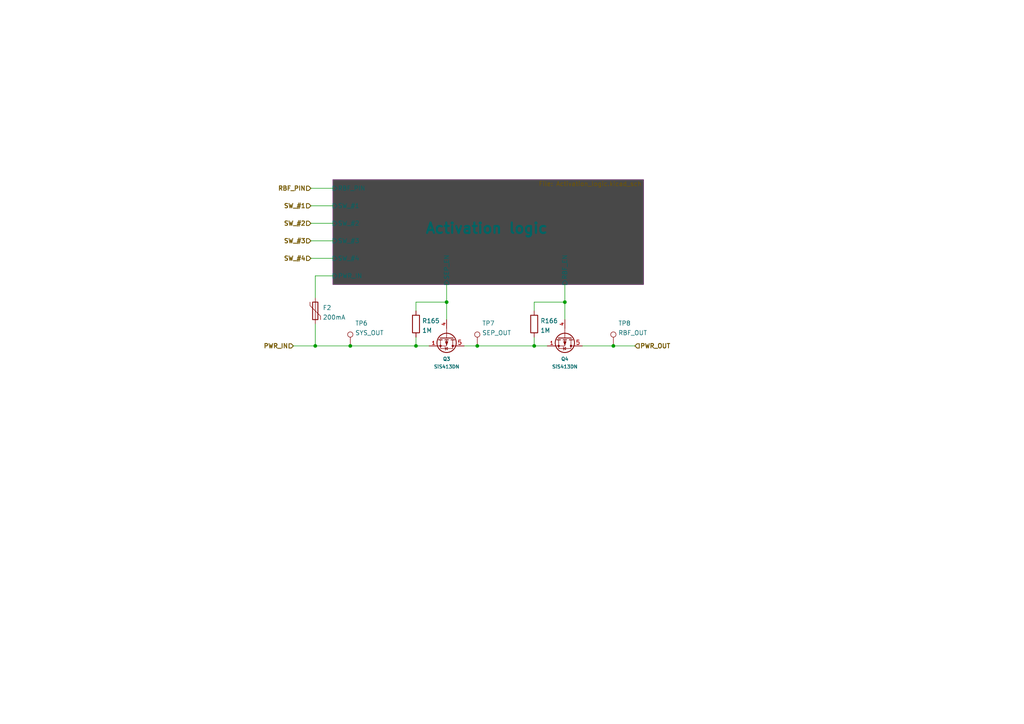
<source format=kicad_sch>
(kicad_sch (version 20210621) (generator eeschema)
  (paper "A4")
  (title_block (title "BUTCube - EPS") (date "2021-06-01") (rev "v1.0") (company "VUT - FIT(STRaDe) & FME(IAE & IPE)") (comment 1 "Author: Petr Malaník"))
  (lib_symbols
    (symbol "Connector:TestPoint" (pin_numbers hide) (pin_names (offset 0.762) hide)
      (property "Reference" "TP" (at 0 6.858 0))
      (property "Value" "TestPoint" (at 0 5.08 0))
      (symbol "TestPoint_0_1"
        (circle (center 0 3.302) (radius 0.762))
      )
      (symbol "TestPoint_1_1"
        (pin passive line (at 0 0 90) (length 2.54) (name "1") (number "1"))
      )
    )
    (symbol "Device:Polyfuse" (pin_numbers hide) (pin_names (offset 0))
      (property "Reference" "F" (at -2.54 0 90))
      (property "Value" "Polyfuse" (at 2.54 0 90))
      (symbol "Polyfuse_0_1"
        (rectangle (start -0.762 2.54) (end 0.762 -2.54) (stroke (width 0.254)))
        (polyline (pts (xy 0 2.54) (xy 0 -2.54)))
        (polyline (pts (xy -1.524 2.54) (xy -1.524 1.524) (xy 1.524 -1.524) (xy 1.524 -2.54)))
      )
      (symbol "Polyfuse_1_1"
        (pin passive line (at 0 3.81 270) (length 1.27) (name "~") (number "1"))
        (pin passive line (at 0 -3.81 90) (length 1.27) (name "~") (number "2"))
      )
    )
    (symbol "Device:R" (pin_numbers hide) (pin_names (offset 0))
      (property "Reference" "R" (at 2.032 0 90))
      (property "Value" "R" (at 0 0 90))
      (symbol "R_0_1"
        (rectangle (start -1.016 -2.54) (end 1.016 2.54) (stroke (width 0.254)))
      )
      (symbol "R_1_1"
        (pin passive line (at 0 3.81 270) (length 1.27) (name "~") (number "1"))
        (pin passive line (at 0 -3.81 90) (length 1.27) (name "~") (number "2"))
      )
    )
    (symbol "TCY_transistors:SiS413DN" (pin_names hide)
      (property "Reference" "Q" (at 8.89 2.54 0))
      (property "Value" "SiS413DN" (at 8.89 0 0))
      (symbol "SiS413DN_0_1"
        (circle (center -0.889 0) (radius 2.794) (stroke (width 0.254)))
        (circle (center 0 -1.778) (radius 0.254) (fill (type outline)))
        (circle (center 0 1.778) (radius 0.254) (fill (type outline)))
        (polyline (pts (xy -2.286 0) (xy -5.08 0)))
        (polyline (pts (xy -2.286 1.905) (xy -2.286 -1.905)) (stroke (width 0.254)))
        (polyline (pts (xy -1.778 -1.27) (xy -1.778 -2.286)) (stroke (width 0.254)))
        (polyline (pts (xy -1.778 0.508) (xy -1.778 -0.508)) (stroke (width 0.254)))
        (polyline (pts (xy -1.778 2.286) (xy -1.778 1.27)) (stroke (width 0.254)))
        (polyline (pts (xy 0 2.54) (xy 0 1.778)))
        (polyline (pts (xy 0 -2.54) (xy 0 0) (xy -1.778 0)))
        (polyline (pts (xy -1.778 1.778) (xy 0.762 1.778) (xy 0.762 -1.778) (xy -1.778 -1.778)))
        (polyline (pts (xy 0.254 -0.508) (xy 0.381 -0.381) (xy 1.143 -0.381) (xy 1.27 -0.254)))
        (polyline (pts (xy 0.762 -0.381) (xy 0.381 0.254) (xy 1.143 0.254) (xy 0.762 -0.381)))
        (polyline (pts (xy -0.254 0) (xy -1.27 0.381) (xy -1.27 -0.381) (xy -0.254 0)) (fill (type outline)))
      )
      (symbol "SiS413DN_1_1"
        (pin passive line (at 0 -5.08 90) (length 2.54) (name "S") (number "1"))
        (pin passive line (at 0 -5.08 90) (length 2.54) hide (name "S") (number "2"))
        (pin passive line (at 0 -5.08 90) (length 2.54) hide (name "S") (number "3"))
        (pin passive line (at -7.62 0 0) (length 2.54) (name "G") (number "4"))
        (pin passive line (at 0 5.08 270) (length 2.54) (name "D") (number "5"))
      )
    )
  )
  (junction (at 91.44 100.33) (diameter 0.9144))
  (junction (at 101.6 100.33) (diameter 0.9144))
  (junction (at 120.65 100.33) (diameter 0.9144))
  (junction (at 129.54 87.63) (diameter 0.9144))
  (junction (at 138.43 100.33) (diameter 0.9144))
  (junction (at 154.94 100.33) (diameter 0.9144))
  (junction (at 163.83 87.63) (diameter 0.9144))
  (junction (at 177.9026 100.33) (diameter 0.9144))
  (wire (pts (xy 85.09 100.33) (xy 91.44 100.33)))
  (wire (pts (xy 90.17 54.61) (xy 96.52 54.61)))
  (wire (pts (xy 90.17 59.69) (xy 96.52 59.69)))
  (wire (pts (xy 90.17 64.77) (xy 96.52 64.77)))
  (wire (pts (xy 90.17 69.85) (xy 96.52 69.85)))
  (wire (pts (xy 90.17 74.93) (xy 96.52 74.93)))
  (wire (pts (xy 91.44 80.01) (xy 91.44 86.36)))
  (wire (pts (xy 91.44 93.98) (xy 91.44 100.33)))
  (wire (pts (xy 91.44 100.33) (xy 101.6 100.33)))
  (wire (pts (xy 96.52 80.01) (xy 91.44 80.01)))
  (wire (pts (xy 101.6 100.33) (xy 120.65 100.33)))
  (wire (pts (xy 120.65 87.63) (xy 129.54 87.63)))
  (wire (pts (xy 120.65 90.17) (xy 120.65 87.63)))
  (wire (pts (xy 120.65 97.79) (xy 120.65 100.33)))
  (wire (pts (xy 120.65 100.33) (xy 124.46 100.33)))
  (wire (pts (xy 129.54 82.55) (xy 129.54 87.63)))
  (wire (pts (xy 129.54 87.63) (xy 129.54 92.71)))
  (wire (pts (xy 134.62 100.33) (xy 138.43 100.33)))
  (wire (pts (xy 138.43 100.33) (xy 154.94 100.33)))
  (wire (pts (xy 154.94 87.63) (xy 154.94 90.17)))
  (wire (pts (xy 154.94 87.63) (xy 163.83 87.63)))
  (wire (pts (xy 154.94 97.79) (xy 154.94 100.33)))
  (wire (pts (xy 154.94 100.33) (xy 158.75 100.33)))
  (wire (pts (xy 163.83 82.55) (xy 163.83 87.63)))
  (wire (pts (xy 163.83 87.63) (xy 163.83 92.71)))
  (wire (pts (xy 168.91 100.33) (xy 177.9026 100.33)))
  (wire (pts (xy 177.9026 100.33) (xy 184.15 100.33)))
  (hierarchical_label "PWR_IN" (shape input) (at 85.09 100.33 180) (effects (font (thickness 0.254))))
  (hierarchical_label "RBF_PIN" (shape input) (at 90.17 54.61 180) (effects (font (thickness 0.254))))
  (hierarchical_label "SW_#1" (shape input) (at 90.17 59.69 180) (effects (font (thickness 0.254))))
  (hierarchical_label "SW_#2" (shape input) (at 90.17 64.77 180) (effects (font (thickness 0.254))))
  (hierarchical_label "SW_#3" (shape input) (at 90.17 69.85 180) (effects (font (thickness 0.254))))
  (hierarchical_label "SW_#4" (shape input) (at 90.17 74.93 180) (effects (font (thickness 0.254))))
  (hierarchical_label "PWR_OUT" (shape input) (at 184.15 100.33 0) (effects (font (thickness 0.254))))
  (symbol (lib_id "Connector:TestPoint") (at 101.6 100.33 0)
    (property "Reference" "TP6" (at 102.9971 93.77 0) (effects (justify left)))
    (property "Value" "SYS_OUT" (at 102.9971 96.5451 0) (effects (justify left)))
    (property "Footprint" "TCY_connectors:TestPoint_Pad_D0.5mm" (effects hide))
  )
  (symbol (lib_id "Connector:TestPoint") (at 138.43 100.33 0)
    (property "Reference" "TP7" (at 139.8271 93.77 0) (effects (justify left)))
    (property "Value" "SEP_OUT" (at 139.8271 96.5451 0) (effects (justify left)))
    (property "Footprint" "TCY_connectors:TestPoint_Pad_D0.5mm" (effects hide))
  )
  (symbol (lib_id "Connector:TestPoint") (at 177.9026 100.33 0)
    (property "Reference" "TP8" (at 179.2997 93.77 0) (effects (justify left)))
    (property "Value" "RBF_OUT" (at 179.2997 96.5451 0) (effects (justify left)))
    (property "Footprint" "TCY_connectors:TestPoint_Pad_D0.5mm" (effects hide))
  )
  (symbol (lib_id "Device:R") (at 120.65 93.98 0)
    (property "Reference" "R165" (at 122.4281 93.0715 0) (effects (justify left)))
    (property "Value" "1M" (at 122.4281 95.8466 0) (effects (justify left)))
    (property "Footprint" "TCY_passives:R_0603_1608Metric" (effects hide))
  )
  (symbol (lib_id "Device:R") (at 154.94 93.98 0)
    (property "Reference" "R166" (at 156.7181 93.0715 0) (effects (justify left)))
    (property "Value" "1M" (at 156.7181 95.8466 0) (effects (justify left)))
    (property "Footprint" "TCY_passives:R_0603_1608Metric" (effects hide))
  )
  (symbol (lib_id "Device:Polyfuse") (at 91.44 90.17 0)
    (property "Reference" "F2" (at 93.5991 89.2615 0) (effects (justify left)))
    (property "Value" "200mA" (at 93.5991 92.0366 0) (effects (justify left)))
    (property "Footprint" "Fuse:Fuse_0603_1608Metric" (effects hide))
  )
  (symbol (lib_id "TCY_transistors:SiS413DN") (at 129.54 100.33 270)
    (property "Reference" "Q3" (at 129.54 104.1166 90) (effects (font (size 1 1))))
    (property "Value" "SiS413DN" (at 129.54 106.3556 90) (effects (font (size 1 1))))
    (property "Footprint" "Package_SO:Vishay_PowerPAK_1212-8_Single" (effects hide))
    (property "Datasheet" "https://www.vishay.com/docs/63262/sis413dn.pdf" (effects hide))
  )
  (symbol (lib_id "TCY_transistors:SiS413DN") (at 163.83 100.33 270)
    (property "Reference" "Q4" (at 163.83 104.1166 90) (effects (font (size 1 1))))
    (property "Value" "SiS413DN" (at 163.83 106.3556 90) (effects (font (size 1 1))))
    (property "Footprint" "Package_SO:Vishay_PowerPAK_1212-8_Single" (effects hide))
    (property "Datasheet" "https://www.vishay.com/docs/63262/sis413dn.pdf" (effects hide))
  )
  (sheet (at 96.52 52.07) (size 90.17 30.48) (stroke (width 0.001) (color 132 0 132 1)) (fill (color 72 72 72 1.0000))
    (property "Sheet name" "Activation logic" (at 123.19 67.9441 0) (effects (font (size 3 3) bold) (justify left bottom)))
    (property "Sheet file" "Activation_logic.kicad_sch" (at 156.21 52.5789 0) (effects (justify left top)))
    (pin "SW_#1" input (at 96.52 59.69 180))
    (pin "SW_#2" input (at 96.52 64.77 180))
    (pin "SW_#3" input (at 96.52 69.85 180))
    (pin "SW_#4" input (at 96.52 74.93 180))
    (pin "SEP_EN" input (at 129.54 82.55 270))
    (pin "PWR_IN" input (at 96.52 80.01 180))
    (pin "RBF_PIN" input (at 96.52 54.61 180))
    (pin "RBF_EN" input (at 163.83 82.55 270))
  )
)
</source>
